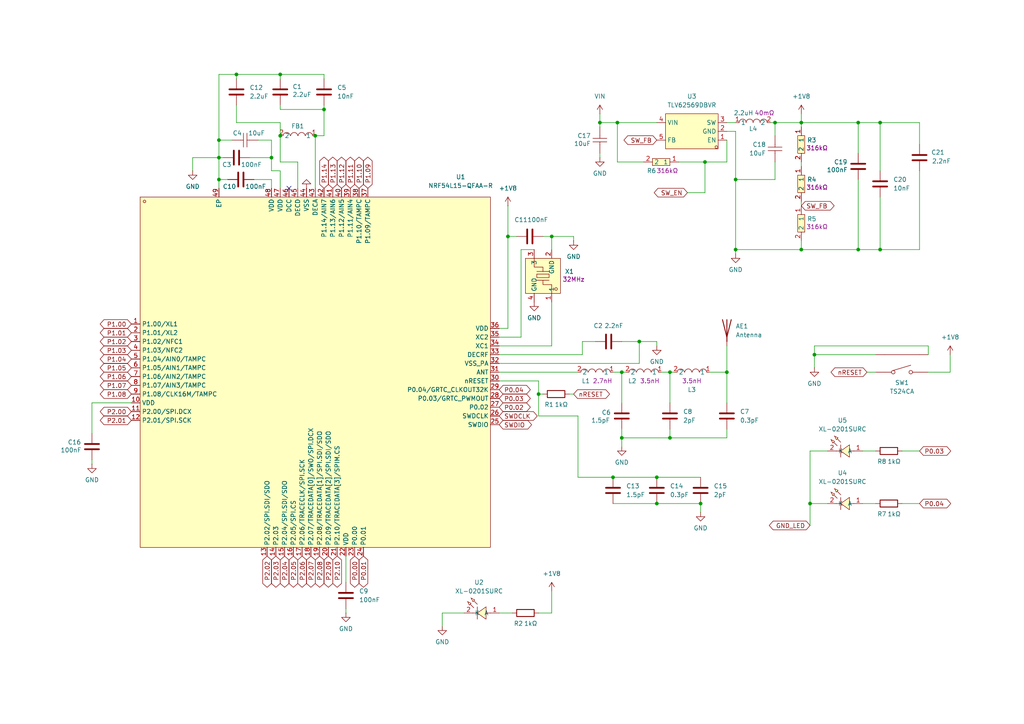
<source format=kicad_sch>
(kicad_sch (version 20250114) (generator "eeschema") (generator_version "9.0")
  (paper "A4")
  (lib_symbols
    (symbol "Device:Antenna" (pin_numbers (hide yes)) (pin_names (offset 1.016) (hide yes))
      (property "Reference" "AE" (at -1.905 1.905 0))
      (property "Value" "Antenna" (at -1.905 0 0))
      (symbol "Antenna_0_1"
        (polyline (pts (xy 0 2.54) (xy 0 -3.81)) (stroke (width 0.254)))
        (polyline (pts (xy 1.27 2.54) (xy 0 -2.54) (xy -1.27 2.54)) (stroke (width 0.254)))
      )
      (symbol "Antenna_1_1"
        (pin input line (at 0 -5.08 90) (length 2.54) (name "A") (number "1"))
      )
    )
    (symbol "Device:C" (pin_numbers (hide yes)) (pin_names (offset 0.254))
      (property "Reference" "C" (at 0.635 2.54 0))
      (property "Value" "C" (at 0.635 -2.54 0))
      (symbol "C_0_1"
        (polyline (pts (xy -2.032 0.762) (xy 2.032 0.762)) (stroke (width 0.508)))
        (polyline (pts (xy -2.032 -0.762) (xy 2.032 -0.762)) (stroke (width 0.508)))
      )
      (symbol "C_1_1"
        (pin passive line (at 0 3.81 270) (length 2.794) (name "~") (number "1"))
        (pin passive line (at 0 -3.81 90) (length 2.794) (name "~") (number "2"))
      )
    )
    (symbol "Device:R" (pin_numbers (hide yes)) (pin_names (offset 0))
      (property "Reference" "R" (at 2.032 0 90))
      (property "Value" "R" (at 0 0 90))
      (symbol "R_0_1"
        (rectangle (start -1.016 -2.54) (end 1.016 2.54) (stroke (width 0.254)))
      )
      (symbol "R_1_1"
        (pin passive line (at 0 3.81 270) (length 1.27) (name "~") (number "1"))
        (pin passive line (at 0 -3.81 90) (length 1.27) (name "~") (number "2"))
      )
    )
    (symbol "easyeda2kicad:BLM03PX121SN1D"
      (property "Reference" "U" (at 0 5.08 0))
      (property "Value" "BLM03PX121SN1D" (at 0 -5.08 0))
      (symbol "BLM03PX121SN1D_0_1"
        (arc (start -2.27 -0.02) (mid -3.28 -0.9427) (end -4.29 -0.02))
        (arc (start -0.11 -0.02) (mid -1.12 -0.9471) (end -2.13 -0.02))
        (arc (start 2.04 -0.02) (mid 1.03 -0.9471) (end 0.02 -0.02))
        (arc (start 4.23 -0.02) (mid 3.22 -0.9471) (end 2.21 -0.02))
        (pin unspecified line (at -5.08 0 0) (length 0.762) (name "1") (number "1"))
        (pin unspecified line (at 5.08 0 180) (length 0.762) (name "2") (number "2"))
      )
    )
    (symbol "easyeda2kicad:FTC322512S2R2MBCD"
      (property "Reference" "L" (at 0 5.08 0))
      (property "Value" "FTC322512S2R2MBCD" (at 0 -5.08 0))
      (symbol "FTC322512S2R2MBCD_0_1"
        (arc (start -4.06 -0.01) (mid -2.83 0.99) (end -2.03 0.01))
        (arc (start -2.03 -0.01) (mid -0.8 0.99) (end 0 0.01))
        (arc (start 0 -0.01) (mid 1.23 0.99) (end 2.03 0.01))
        (arc (start 2.03 -0.01) (mid 3.26 0.99) (end 4.06 0.01))
        (pin unspecified line (at -5.08 0 0) (length 1.016) (name "1") (number "1"))
        (pin unspecified line (at 5.08 0 180) (length 1.016) (name "2") (number "2"))
      )
    )
    (symbol "easyeda2kicad:GRM155R60J106ME44D" (pin_numbers (hide yes)) (pin_names (hide yes))
      (property "Reference" "C" (at 0 5.08 0))
      (property "Value" "GRM155R60J106ME44D" (at 0 -5.08 0))
      (symbol "GRM155R60J106ME44D_0_1"
        (polyline (pts (xy -1.27 0) (xy -0.51 0)))
        (polyline (pts (xy -0.51 2.03) (xy -0.51 -2.03)))
        (polyline (pts (xy 0.51 2.03) (xy 0.51 -2.03)))
        (polyline (pts (xy 0.51 0) (xy 1.27 0)))
        (pin input line (at -3.81 0 0) (length 2.54) (name "1") (number "1"))
        (pin input line (at 3.81 0 180) (length 2.54) (name "2") (number "2"))
      )
    )
    (symbol "easyeda2kicad:LQP03TN3N5B02D"
      (property "Reference" "L" (at 0 5.08 0))
      (property "Value" "LQP03TN3N5B02D" (at 0 -5.08 0))
      (symbol "LQP03TN3N5B02D_0_1"
        (arc (start -2.27 -0.02) (mid -3.28 -0.9427) (end -4.29 -0.02))
        (arc (start -0.11 -0.02) (mid -1.12 -0.9471) (end -2.13 -0.02))
        (arc (start 2.04 -0.02) (mid 1.03 -0.9471) (end 0.02 -0.02))
        (arc (start 4.23 -0.02) (mid 3.22 -0.9471) (end 2.21 -0.02))
        (pin unspecified line (at -5.08 0 0) (length 0.762) (name "1") (number "1"))
        (pin unspecified line (at 5.08 0 180) (length 0.762) (name "2") (number "2"))
      )
    )
    (symbol "easyeda2kicad:MLG0603P2N7CT000"
      (property "Reference" "L" (at 0 5.08 0))
      (property "Value" "MLG0603P2N7CT000" (at 0 -5.08 0))
      (symbol "MLG0603P2N7CT000_0_1"
        (arc (start -2.27 -0.02) (mid -3.28 -0.937) (end -4.29 -0.02))
        (arc (start -0.11 -0.02) (mid -1.12 -0.937) (end -2.13 -0.02))
        (arc (start 2.04 -0.02) (mid 1.03 -0.937) (end 0.02 -0.02))
        (arc (start 4.23 -0.02) (mid 3.22 -0.9448) (end 2.21 -0.02))
        (pin unspecified line (at -5.08 0 0) (length 0.762) (name "1") (number "1"))
        (pin unspecified line (at 5.08 0 180) (length 0.762) (name "2") (number "2"))
      )
    )
    (symbol "easyeda2kicad:NRF54L15-QFAA-R"
      (property "Reference" "U" (at 0 59.69 0))
      (property "Value" "NRF54L15-QFAA-R" (at 0 -57.15 0))
      (symbol "NRF54L15-QFAA-R_0_1"
        (rectangle (start -50.8 52.07) (end 50.8 -49.53) (fill (type background)))
        (circle (center -49.53 50.8) (radius 0.38))
        (pin unspecified line (at -53.34 15.24 0) (length 2.54) (name "P1.00/XL1") (number "1"))
        (pin unspecified line (at -53.34 12.7 0) (length 2.54) (name "P1.01/XL2") (number "2"))
        (pin unspecified line (at -53.34 10.16 0) (length 2.54) (name "P1.02/NFC1") (number "3"))
        (pin unspecified line (at -53.34 7.62 0) (length 2.54) (name "P1.03/NFC2") (number "4"))
        (pin unspecified line (at -53.34 5.08 0) (length 2.54) (name "P1.04/AIN0/TAMPC") (number "5"))
        (pin unspecified line (at -53.34 2.54 0) (length 2.54) (name "P1.05/AIN1/TAMPC") (number "6"))
        (pin unspecified line (at -53.34 0 0) (length 2.54) (name "P1.06/AIN2/TAMPC") (number "7"))
        (pin unspecified line (at -53.34 -2.54 0) (length 2.54) (name "P1.07/AIN3/TAMPC") (number "8"))
        (pin unspecified line (at -53.34 -5.08 0) (length 2.54) (name "P1.08/CLK16M/TAMPC") (number "9"))
        (pin unspecified line (at -53.34 -7.62 0) (length 2.54) (name "VDD") (number "10"))
        (pin unspecified line (at -53.34 -10.16 0) (length 2.54) (name "P2.00/SPI.DCX") (number "11"))
        (pin unspecified line (at -53.34 -12.7 0) (length 2.54) (name "P2.01/SPI.SCK") (number "12"))
        (pin unspecified line (at -27.94 54.61 270) (length 2.54) (name "EP") (number "49"))
        (pin unspecified line (at -13.97 -52.07 90) (length 2.54) (name "P2.02/SPI.SDI/SDO") (number "13"))
        (pin unspecified line (at -12.7 54.61 270) (length 2.54) (name "VDD") (number "48"))
        (pin unspecified line (at -11.43 -52.07 90) (length 2.54) (name "P2.03") (number "14"))
        (pin unspecified line (at -10.16 54.61 270) (length 2.54) (name "VDD") (number "47"))
        (pin unspecified line (at -8.89 -52.07 90) (length 2.54) (name "P2.04/SPI.SDI/SDO") (number "15"))
        (pin unspecified line (at -7.62 54.61 270) (length 2.54) (name "DCC") (number "46"))
        (pin unspecified line (at -6.35 -52.07 90) (length 2.54) (name "P2.05/SPI.CS") (number "16"))
        (pin unspecified line (at -5.08 54.61 270) (length 2.54) (name "DECD") (number "45"))
        (pin unspecified line (at -3.81 -52.07 90) (length 2.54) (name "P2.06/TRACECLK/SPI.SCK") (number "17"))
        (pin unspecified line (at -2.54 54.61 270) (length 2.54) (name "VSS") (number "44"))
        (pin unspecified line (at -1.27 -52.07 90) (length 2.54) (name "P2.07/TRACEDATA[0]/SWO/SPI.DCX") (number "18"))
        (pin unspecified line (at 0 54.61 270) (length 2.54) (name "DECA") (number "43"))
        (pin unspecified line (at 1.27 -52.07 90) (length 2.54) (name "P2.08/TRACEDATA[1]/SPI.SDI/SDO") (number "19"))
        (pin unspecified line (at 2.54 54.61 270) (length 2.54) (name "P1.14/AIN7") (number "42"))
        (pin unspecified line (at 3.81 -52.07 90) (length 2.54) (name "P2.09/TRACEDATA[2]/SPI.SDI/SDO") (number "20"))
        (pin unspecified line (at 5.08 54.61 270) (length 2.54) (name "P1.13/AIN6") (number "41"))
        (pin unspecified line (at 6.35 -52.07 90) (length 2.54) (name "P2.10/TRACEDATA[3]/SPIM.CS") (number "21"))
        (pin unspecified line (at 7.62 54.61 270) (length 2.54) (name "P1.12/AIN5") (number "40"))
        (pin unspecified line (at 8.89 -52.07 90) (length 2.54) (name "VDD") (number "22"))
        (pin unspecified line (at 10.16 54.61 270) (length 2.54) (name "P1.11/AIN4") (number "39"))
        (pin unspecified line (at 11.43 -52.07 90) (length 2.54) (name "P0.00") (number "23"))
        (pin unspecified line (at 12.7 54.61 270) (length 2.54) (name "P1.10/TAMPC") (number "38"))
        (pin unspecified line (at 13.97 -52.07 90) (length 2.54) (name "P0.01") (number "24"))
        (pin unspecified line (at 15.24 54.61 270) (length 2.54) (name "P1.09/TAMPC") (number "37"))
        (pin unspecified line (at 53.34 13.97 180) (length 2.54) (name "VDD") (number "36"))
        (pin unspecified line (at 53.34 11.43 180) (length 2.54) (name "XC2") (number "35"))
        (pin unspecified line (at 53.34 8.89 180) (length 2.54) (name "XC1") (number "34"))
        (pin unspecified line (at 53.34 6.35 180) (length 2.54) (name "DECRF") (number "33"))
        (pin unspecified line (at 53.34 3.81 180) (length 2.54) (name "VSS_PA") (number "32"))
        (pin unspecified line (at 53.34 1.27 180) (length 2.54) (name "ANT") (number "31"))
        (pin unspecified line (at 53.34 -1.27 180) (length 2.54) (name "nRESET") (number "30"))
        (pin unspecified line (at 53.34 -3.81 180) (length 2.54) (name "P0.04/GRTC_CLKOUT32K") (number "29"))
        (pin unspecified line (at 53.34 -6.35 180) (length 2.54) (name "P0.03/GRTC_PWMOUT") (number "28"))
        (pin unspecified line (at 53.34 -8.89 180) (length 2.54) (name "P0.02") (number "27"))
        (pin unspecified line (at 53.34 -11.43 180) (length 2.54) (name "SWDCLK") (number "26"))
        (pin unspecified line (at 53.34 -13.97 180) (length 2.54) (name "SWDIO") (number "25"))
      )
    )
    (symbol "easyeda2kicad:RC0402FR-07160KL"
      (property "Reference" "R" (at 0 5.08 0))
      (property "Value" "RC0402FR-07160KL" (at 0 -5.08 0))
      (symbol "RC0402FR-07160KL_0_1"
        (rectangle (start -2.54 1.02) (end 2.54 -1.02) (fill (type background)))
        (pin unspecified line (at -5.08 0 0) (length 2.54) (name "1") (number "1"))
        (pin unspecified line (at 5.08 0 180) (length 2.54) (name "2") (number "2"))
      )
    )
    (symbol "easyeda2kicad:TLV62569DBVR"
      (property "Reference" "U" (at 0 7.62 0))
      (property "Value" "TLV62569DBVR" (at 0 -7.62 0))
      (symbol "TLV62569DBVR_0_1"
        (rectangle (start -7.62 5.08) (end 7.62 -5.08) (fill (type background)))
        (circle (center -7.11 4.57) (radius 0.38))
        (pin unspecified line (at -10.16 2.54 0) (length 2.54) (name "EN") (number "1"))
        (pin unspecified line (at -10.16 0 0) (length 2.54) (name "GND") (number "2"))
        (pin unspecified line (at -10.16 -2.54 0) (length 2.54) (name "SW") (number "3"))
        (pin unspecified line (at 10.16 2.54 180) (length 2.54) (name "FB") (number "5"))
        (pin unspecified line (at 10.16 -2.54 180) (length 2.54) (name "VIN") (number "4"))
      )
    )
    (symbol "easyeda2kicad:TS24CA" (pin_numbers (hide yes)) (pin_names (hide yes))
      (property "Reference" "SW" (at 0 7.62 0))
      (property "Value" "TS24CA" (at 0 -7.62 0))
      (symbol "TS24CA_0_1"
        (polyline (pts (xy -5.08 2.54) (xy 5.08 2.54)))
        (polyline (pts (xy -3.05 -2.54) (xy -5.08 -2.54)))
        (polyline (pts (xy -2.54 -2.03) (xy 2.54 -0.51) (xy 2.54 -0.51)))
        (circle (center -2.54 -2.54) (radius 0.51))
        (circle (center 2.54 -2.54) (radius 0.51))
        (polyline (pts (xy 3.05 -2.54) (xy 5.08 -2.54)))
        (pin unspecified line (at -7.62 2.54 0) (length 2.54) (name "1") (number "1"))
        (pin unspecified line (at -7.62 -2.54 0) (length 2.54) (name "3") (number "3"))
        (pin unspecified line (at 7.62 2.54 180) (length 2.54) (name "2") (number "22"))
        (pin unspecified line (at 7.62 -2.54 180) (length 2.54) (name "4") (number "4"))
      )
    )
    (symbol "easyeda2kicad:XL-0201SURC"
      (property "Reference" "U" (at 0 5.08 0))
      (property "Value" "XL-0201SURC" (at 0 -5.08 0))
      (symbol "XL-0201SURC_0_1"
        (polyline (pts (xy -4.06 3.3) (xy -3.05 2.79) (xy -3.56 2.29) (xy -4.06 3.3)) (fill (type background)))
        (polyline (pts (xy -3.05 4.32) (xy -2.03 3.81) (xy -2.54 3.3) (xy -3.05 4.32)) (fill (type background)))
        (polyline (pts (xy -2.29 1.52) (xy -3.3 2.54) (xy -2.29 1.52)) (fill (type background)))
        (polyline (pts (xy -1.27 2.54) (xy -2.29 3.56) (xy -1.27 2.54)) (fill (type background)))
        (polyline (pts (xy -1.27 1.78) (xy -1.27 -1.78)))
        (polyline (pts (xy -1.27 0) (xy -2.54 0)))
        (polyline (pts (xy 1.27 1.78) (xy -1.27 0) (xy 1.27 -1.78) (xy 1.27 1.78)) (fill (type background)))
        (polyline (pts (xy 2.54 0) (xy 1.27 0)))
        (pin unspecified line (at -5.08 0 0) (length 2.54) (name "K") (number "2"))
        (pin unspecified line (at 5.08 0 180) (length 2.54) (name "A") (number "1"))
      )
    )
    (symbol "easyeda2kicad:XL7EL89CKI-111YLC-32M"
      (property "Reference" "X" (at 0 7.62 0))
      (property "Value" "XL7EL89CKI-111YLC-32M" (at 0 -7.62 0))
      (symbol "XL7EL89CKI-111YLC-32M_0_1"
        (rectangle (start -5.08 5.08) (end 5.08 -5.08) (fill (type background)))
        (polyline (pts (xy -5.08 -2.54) (xy -2.54 -2.54) (xy -2.54 0) (xy -1.27 0)))
        (circle (center -3.81 -3.81) (radius 0.38))
        (polyline (pts (xy -1.27 -1.78) (xy -1.27 1.78)))
        (rectangle (start -0.51 1.78) (end 0.51 -1.78) (fill (type background)))
        (polyline (pts (xy 1.27 -1.78) (xy 1.27 1.78)))
        (polyline (pts (xy 5.08 2.54) (xy 2.54 2.54) (xy 2.54 0) (xy 1.27 0)))
        (pin input line (at -7.62 2.54 0) (length 2.54) (name "GND") (number "4"))
        (pin input line (at -7.62 -2.54 0) (length 2.54) (name "1") (number "1"))
        (pin input line (at 7.62 2.54 180) (length 2.54) (name "3") (number "3"))
        (pin input line (at 7.62 -2.54 180) (length 2.54) (name "GND") (number "2"))
      )
    )
    (symbol "power:+1V8" (power) (pin_numbers (hide yes)) (pin_names (offset 0) (hide yes))
      (property "Value" "+1V8" (at 0 3.556 0))
      (symbol "+1V8_0_1"
        (polyline (pts (xy -0.762 1.27) (xy 0 2.54)))
        (polyline (pts (xy 0 2.54) (xy 0.762 1.27)))
        (polyline (pts (xy 0 0) (xy 0 2.54)))
      )
      (symbol "+1V8_1_1"
        (pin power_in line (at 0 0 90) (length 0) (name "~") (number "1"))
      )
    )
    (symbol "power:GND" (power) (pin_numbers (hide yes)) (pin_names (offset 0) (hide yes))
      (property "Value" "GND" (at 0 -3.81 0))
      (symbol "GND_0_1"
        (polyline (pts (xy 0 0) (xy 0 -1.27) (xy 1.27 -1.27) (xy 0 -2.54) (xy -1.27 -1.27) (xy 0 -1.27)))
      )
      (symbol "GND_1_1"
        (pin power_in line (at 0 0 270) (length 0) (name "~") (number "1"))
      )
    )
  )
  (junction (at 156.21 114.3))
  (junction (at 180.34 107.95))
  (junction (at 63.5 45.72))
  (junction (at 234.95 146.05))
  (junction (at 81.28 39.37))
  (junction (at 210.82 107.95))
  (junction (at 78.74 45.72))
  (junction (at 203.2 146.05))
  (junction (at 248.92 72.39))
  (junction (at 68.58 21.59))
  (junction (at 91.44 39.37))
  (junction (at 81.28 21.59))
  (junction (at 180.34 127))
  (junction (at 255.27 72.39))
  (junction (at 190.5 138.43))
  (junction (at 204.47 46.99))
  (junction (at 194.31 127))
  (junction (at 63.5 52.07))
  (junction (at 224.79 35.56))
  (junction (at 177.8 138.43))
  (junction (at 93.98 31.75))
  (junction (at 232.41 35.56))
  (junction (at 236.22 102.87))
  (junction (at 232.41 72.39))
  (junction (at 173.99 35.56))
  (junction (at 248.92 35.56))
  (junction (at 160.02 68.58))
  (junction (at 213.36 72.39))
  (junction (at 213.36 52.07))
  (junction (at 255.27 35.56))
  (junction (at 185.42 99.06))
  (junction (at 63.5 40.64))
  (junction (at 194.31 107.95))
  (junction (at 179.07 35.56))
  (junction (at 147.32 68.58))
  (junction (at 190.5 146.05))
  (no_connect (at 83.82 54.61))
  (wire (pts (xy 63.5 52.07) (xy 63.5 54.61)))
  (wire (pts (xy 165.1 114.3) (xy 166.37 114.3)))
  (wire (pts (xy 93.98 31.75) (xy 93.98 39.37)))
  (wire (pts (xy 166.37 68.58) (xy 166.37 69.85)))
  (wire (pts (xy 248.92 35.56) (xy 255.27 35.56)))
  (wire (pts (xy 185.42 99.06) (xy 190.5 99.06)))
  (wire (pts (xy 194.31 107.95) (xy 195.58 107.95)))
  (wire (pts (xy 73.66 52.07) (xy 78.74 52.07)))
  (wire (pts (xy 81.28 46.99) (xy 86.36 46.99)))
  (wire (pts (xy 78.74 49.53) (xy 81.28 49.53)))
  (wire (pts (xy 251.46 107.95) (xy 254 107.95)))
  (wire (pts (xy 156.21 120.65) (xy 167.64 120.65)))
  (wire (pts (xy 144.78 100.33) (xy 160.02 100.33)))
  (wire (pts (xy 173.99 35.56) (xy 179.07 35.56)))
  (wire (pts (xy 232.41 58.42) (xy 232.41 59.69)))
  (wire (pts (xy 213.36 38.1) (xy 210.82 38.1)))
  (wire (pts (xy 223.52 35.56) (xy 224.79 35.56)))
  (wire (pts (xy 144.78 97.79) (xy 151.13 97.79)))
  (wire (pts (xy 78.74 49.53) (xy 78.74 45.72)))
  (wire (pts (xy 234.95 130.81) (xy 234.95 146.05)))
  (wire (pts (xy 147.32 59.69) (xy 147.32 68.58)))
  (wire (pts (xy 128.27 177.8) (xy 134.62 177.8)))
  (wire (pts (xy 68.58 30.48) (xy 68.58 35.56)))
  (wire (pts (xy 74.93 40.64) (xy 78.74 40.64)))
  (wire (pts (xy 261.62 146.05) (xy 266.7 146.05)))
  (wire (pts (xy 177.8 146.05) (xy 190.5 146.05)))
  (wire (pts (xy 160.02 68.58) (xy 160.02 72.39)))
  (wire (pts (xy 190.5 138.43) (xy 203.2 138.43)))
  (wire (pts (xy 255.27 57.15) (xy 255.27 72.39)))
  (wire (pts (xy 180.34 127) (xy 180.34 129.54)))
  (wire (pts (xy 213.36 52.07) (xy 213.36 72.39)))
  (wire (pts (xy 168.91 99.06) (xy 168.91 102.87)))
  (wire (pts (xy 144.78 95.25) (xy 147.32 95.25)))
  (wire (pts (xy 261.62 130.81) (xy 266.7 130.81)))
  (wire (pts (xy 156.21 177.8) (xy 160.02 177.8)))
  (wire (pts (xy 204.47 46.99) (xy 210.82 46.99)))
  (wire (pts (xy 128.27 177.8) (xy 128.27 181.61)))
  (wire (pts (xy 248.92 52.07) (xy 248.92 72.39)))
  (wire (pts (xy 213.36 72.39) (xy 213.36 73.66)))
  (wire (pts (xy 250.19 146.05) (xy 254 146.05)))
  (wire (pts (xy 68.58 35.56) (xy 81.28 35.56)))
  (wire (pts (xy 93.98 30.48) (xy 93.98 31.75)))
  (wire (pts (xy 232.41 33.02) (xy 232.41 35.56)))
  (wire (pts (xy 63.5 21.59) (xy 63.5 40.64)))
  (wire (pts (xy 196.85 46.99) (xy 204.47 46.99)))
  (wire (pts (xy 248.92 72.39) (xy 255.27 72.39)))
  (wire (pts (xy 224.79 46.99) (xy 224.79 52.07)))
  (wire (pts (xy 179.07 35.56) (xy 179.07 46.99)))
  (wire (pts (xy 160.02 171.45) (xy 160.02 177.8)))
  (wire (pts (xy 190.5 99.06) (xy 190.5 100.33)))
  (wire (pts (xy 255.27 72.39) (xy 266.7 72.39)))
  (wire (pts (xy 213.36 38.1) (xy 213.36 52.07)))
  (wire (pts (xy 234.95 146.05) (xy 240.03 146.05)))
  (wire (pts (xy 167.64 138.43) (xy 177.8 138.43)))
  (wire (pts (xy 147.32 68.58) (xy 149.86 68.58)))
  (wire (pts (xy 269.24 100.33) (xy 269.24 102.87)))
  (wire (pts (xy 72.39 45.72) (xy 78.74 45.72)))
  (wire (pts (xy 236.22 100.33) (xy 236.22 102.87)))
  (wire (pts (xy 144.78 177.8) (xy 148.59 177.8)))
  (wire (pts (xy 275.59 102.87) (xy 275.59 107.95)))
  (wire (pts (xy 68.58 21.59) (xy 68.58 22.86)))
  (wire (pts (xy 224.79 35.56) (xy 232.41 35.56)))
  (wire (pts (xy 236.22 102.87) (xy 254 102.87)))
  (wire (pts (xy 255.27 35.56) (xy 266.7 35.56)))
  (wire (pts (xy 100.33 176.53) (xy 100.33 177.8)))
  (wire (pts (xy 191.77 107.95) (xy 194.31 107.95)))
  (wire (pts (xy 144.78 107.95) (xy 167.64 107.95)))
  (wire (pts (xy 167.64 120.65) (xy 167.64 138.43)))
  (wire (pts (xy 81.28 35.56) (xy 81.28 39.37)))
  (wire (pts (xy 185.42 99.06) (xy 185.42 105.41)))
  (wire (pts (xy 157.48 68.58) (xy 160.02 68.58)))
  (wire (pts (xy 81.28 21.59) (xy 93.98 21.59)))
  (wire (pts (xy 151.13 72.39) (xy 151.13 97.79)))
  (wire (pts (xy 78.74 52.07) (xy 78.74 54.61)))
  (wire (pts (xy 91.44 39.37) (xy 91.44 54.61)))
  (wire (pts (xy 86.36 46.99) (xy 86.36 54.61)))
  (wire (pts (xy 210.82 124.46) (xy 210.82 127)))
  (wire (pts (xy 190.5 146.05) (xy 203.2 146.05)))
  (wire (pts (xy 180.34 124.46) (xy 180.34 127)))
  (wire (pts (xy 203.2 146.05) (xy 203.2 148.59)))
  (wire (pts (xy 194.31 124.46) (xy 194.31 127)))
  (wire (pts (xy 213.36 72.39) (xy 232.41 72.39)))
  (wire (pts (xy 232.41 35.56) (xy 248.92 35.56)))
  (wire (pts (xy 93.98 21.59) (xy 93.98 22.86)))
  (wire (pts (xy 234.95 130.81) (xy 240.03 130.81)))
  (wire (pts (xy 210.82 35.56) (xy 213.36 35.56)))
  (wire (pts (xy 26.67 116.84) (xy 38.1 116.84)))
  (wire (pts (xy 210.82 40.64) (xy 210.82 46.99)))
  (wire (pts (xy 63.5 21.59) (xy 68.58 21.59)))
  (wire (pts (xy 179.07 35.56) (xy 190.5 35.56)))
  (wire (pts (xy 180.34 99.06) (xy 185.42 99.06)))
  (wire (pts (xy 266.7 35.56) (xy 266.7 41.91)))
  (wire (pts (xy 147.32 68.58) (xy 147.32 95.25)))
  (wire (pts (xy 81.28 31.75) (xy 93.98 31.75)))
  (wire (pts (xy 224.79 35.56) (xy 224.79 39.37)))
  (wire (pts (xy 210.82 100.33) (xy 210.82 107.95)))
  (wire (pts (xy 213.36 52.07) (xy 224.79 52.07)))
  (wire (pts (xy 144.78 110.49) (xy 156.21 110.49)))
  (wire (pts (xy 236.22 102.87) (xy 236.22 106.68)))
  (wire (pts (xy 232.41 72.39) (xy 248.92 72.39)))
  (wire (pts (xy 266.7 49.53) (xy 266.7 72.39)))
  (wire (pts (xy 160.02 87.63) (xy 160.02 100.33)))
  (wire (pts (xy 55.88 45.72) (xy 63.5 45.72)))
  (wire (pts (xy 204.47 46.99) (xy 204.47 55.88)))
  (wire (pts (xy 55.88 45.72) (xy 55.88 49.53)))
  (wire (pts (xy 156.21 114.3) (xy 157.48 114.3)))
  (wire (pts (xy 180.34 127) (xy 194.31 127)))
  (wire (pts (xy 232.41 35.56) (xy 232.41 36.83)))
  (wire (pts (xy 194.31 107.95) (xy 194.31 116.84)))
  (wire (pts (xy 144.78 105.41) (xy 185.42 105.41)))
  (wire (pts (xy 160.02 68.58) (xy 166.37 68.58)))
  (wire (pts (xy 63.5 40.64) (xy 67.31 40.64)))
  (wire (pts (xy 232.41 72.39) (xy 232.41 69.85)))
  (wire (pts (xy 173.99 35.56) (xy 173.99 36.83)))
  (wire (pts (xy 194.31 127) (xy 210.82 127)))
  (wire (pts (xy 63.5 45.72) (xy 64.77 45.72)))
  (wire (pts (xy 156.21 114.3) (xy 156.21 120.65)))
  (wire (pts (xy 173.99 44.45) (xy 173.99 45.72)))
  (wire (pts (xy 26.67 116.84) (xy 26.67 125.73)))
  (wire (pts (xy 180.34 107.95) (xy 181.61 107.95)))
  (wire (pts (xy 156.21 114.3) (xy 156.21 110.49)))
  (wire (pts (xy 236.22 100.33) (xy 269.24 100.33)))
  (wire (pts (xy 144.78 102.87) (xy 168.91 102.87)))
  (wire (pts (xy 81.28 49.53) (xy 81.28 54.61)))
  (wire (pts (xy 81.28 39.37) (xy 81.28 46.99)))
  (wire (pts (xy 68.58 21.59) (xy 81.28 21.59)))
  (wire (pts (xy 177.8 138.43) (xy 190.5 138.43)))
  (wire (pts (xy 205.74 107.95) (xy 210.82 107.95)))
  (wire (pts (xy 180.34 107.95) (xy 180.34 116.84)))
  (wire (pts (xy 91.44 39.37) (xy 93.98 39.37)))
  (wire (pts (xy 100.33 161.29) (xy 100.33 168.91)))
  (wire (pts (xy 234.95 146.05) (xy 234.95 152.4)))
  (wire (pts (xy 199.39 55.88) (xy 204.47 55.88)))
  (wire (pts (xy 269.24 107.95) (xy 275.59 107.95)))
  (wire (pts (xy 232.41 46.99) (xy 232.41 48.26)))
  (wire (pts (xy 63.5 52.07) (xy 66.04 52.07)))
  (wire (pts (xy 173.99 33.02) (xy 173.99 35.56)))
  (wire (pts (xy 250.19 130.81) (xy 254 130.81)))
  (wire (pts (xy 63.5 40.64) (xy 63.5 45.72)))
  (wire (pts (xy 248.92 35.56) (xy 248.92 44.45)))
  (wire (pts (xy 168.91 99.06) (xy 172.72 99.06)))
  (wire (pts (xy 179.07 46.99) (xy 186.69 46.99)))
  (wire (pts (xy 81.28 30.48) (xy 81.28 31.75)))
  (wire (pts (xy 81.28 21.59) (xy 81.28 22.86)))
  (wire (pts (xy 255.27 35.56) (xy 255.27 49.53)))
  (wire (pts (xy 151.13 72.39) (xy 154.94 72.39)))
  (wire (pts (xy 78.74 40.64) (xy 78.74 45.72)))
  (wire (pts (xy 210.82 107.95) (xy 210.82 116.84)))
  (wire (pts (xy 177.8 107.95) (xy 180.34 107.95)))
  (wire (pts (xy 26.67 133.35) (xy 26.67 134.62)))
  (wire (pts (xy 63.5 45.72) (xy 63.5 52.07)))
  (global_label "P0.02" (shape bidirectional) (at 144.78 118.11 0) (property "Intersheetrefs" "${INTERSHEET_REFS}" (effects (hide yes))))
  (global_label "P1.12" (shape bidirectional) (at 99.06 54.61 90) (property "Intersheetrefs" "${INTERSHEET_REFS}" (effects (hide yes))))
  (global_label "P0.04" (shape bidirectional) (at 144.78 113.03 0) (property "Intersheetrefs" "${INTERSHEET_REFS}" (effects (hide yes))))
  (global_label "P2.03" (shape bidirectional) (at 80.01 161.29 270) (property "Intersheetrefs" "${INTERSHEET_REFS}" (effects (hide yes))))
  (global_label "SWDCLK" (shape bidirectional) (at 144.78 120.65 0) (property "Intersheetrefs" "${INTERSHEET_REFS}" (effects (hide yes))))
  (global_label "P1.00" (shape bidirectional) (at 38.1 93.98 180) (property "Intersheetrefs" "${INTERSHEET_REFS}" (effects (hide yes))))
  (global_label "P2.04" (shape bidirectional) (at 82.55 161.29 270) (property "Intersheetrefs" "${INTERSHEET_REFS}" (effects (hide yes))))
  (global_label "nRESET" (shape bidirectional) (at 251.46 107.95 180) (property "Intersheetrefs" "${INTERSHEET_REFS}" (effects (hide yes))))
  (global_label "P1.08" (shape bidirectional) (at 38.1 114.3 180) (property "Intersheetrefs" "${INTERSHEET_REFS}" (effects (hide yes))))
  (global_label "P0.01" (shape bidirectional) (at 105.41 161.29 270) (property "Intersheetrefs" "${INTERSHEET_REFS}" (effects (hide yes))))
  (global_label "P1.06" (shape bidirectional) (at 38.1 109.22 180) (property "Intersheetrefs" "${INTERSHEET_REFS}" (effects (hide yes))))
  (global_label "P2.08" (shape bidirectional) (at 92.71 161.29 270) (property "Intersheetrefs" "${INTERSHEET_REFS}" (effects (hide yes))))
  (global_label "P2.00" (shape bidirectional) (at 38.1 119.38 180) (property "Intersheetrefs" "${INTERSHEET_REFS}" (effects (hide yes))))
  (global_label "P1.13" (shape bidirectional) (at 96.52 54.61 90) (property "Intersheetrefs" "${INTERSHEET_REFS}" (effects (hide yes))))
  (global_label "SW_FB" (shape bidirectional) (at 232.41 59.69 0) (property "Intersheetrefs" "${INTERSHEET_REFS}" (effects (hide yes))))
  (global_label "SW_EN" (shape bidirectional) (at 199.39 55.88 180) (property "Intersheetrefs" "${INTERSHEET_REFS}" (effects (hide yes))))
  (global_label "P1.03" (shape bidirectional) (at 38.1 101.6 180) (property "Intersheetrefs" "${INTERSHEET_REFS}" (effects (hide yes))))
  (global_label "P2.10" (shape bidirectional) (at 97.79 161.29 270) (property "Intersheetrefs" "${INTERSHEET_REFS}" (effects (hide yes))))
  (global_label "P0.03" (shape bidirectional) (at 266.7 130.81 0) (property "Intersheetrefs" "${INTERSHEET_REFS}" (effects (hide yes))))
  (global_label "P1.02" (shape bidirectional) (at 38.1 99.06 180) (property "Intersheetrefs" "${INTERSHEET_REFS}" (effects (hide yes))))
  (global_label "P1.09" (shape bidirectional) (at 106.68 54.61 90) (property "Intersheetrefs" "${INTERSHEET_REFS}" (effects (hide yes))))
  (global_label "SWDIO" (shape bidirectional) (at 144.78 123.19 0) (property "Intersheetrefs" "${INTERSHEET_REFS}" (effects (hide yes))))
  (global_label "P1.01" (shape bidirectional) (at 38.1 96.52 180) (property "Intersheetrefs" "${INTERSHEET_REFS}" (effects (hide yes))))
  (global_label "GND_LED" (shape bidirectional) (at 234.95 152.4 180) (property "Intersheetrefs" "${INTERSHEET_REFS}" (effects (hide yes))))
  (global_label "P2.02" (shape bidirectional) (at 77.47 161.29 270) (property "Intersheetrefs" "${INTERSHEET_REFS}" (effects (hide yes))))
  (global_label "P1.14" (shape bidirectional) (at 93.98 54.61 90) (property "Intersheetrefs" "${INTERSHEET_REFS}" (effects (hide yes))))
  (global_label "P2.09" (shape bidirectional) (at 95.25 161.29 270) (property "Intersheetrefs" "${INTERSHEET_REFS}" (effects (hide yes))))
  (global_label "nRESET" (shape bidirectional) (at 166.37 114.3 0) (property "Intersheetrefs" "${INTERSHEET_REFS}" (effects (hide yes))))
  (global_label "SW_FB" (shape bidirectional) (at 190.5 40.64 180) (property "Intersheetrefs" "${INTERSHEET_REFS}" (effects (hide yes))))
  (global_label "P0.04" (shape bidirectional) (at 266.7 146.05 0) (property "Intersheetrefs" "${INTERSHEET_REFS}" (effects (hide yes))))
  (global_label "P2.06" (shape bidirectional) (at 87.63 161.29 270) (property "Intersheetrefs" "${INTERSHEET_REFS}" (effects (hide yes))))
  (global_label "P0.03" (shape bidirectional) (at 144.78 115.57 0) (property "Intersheetrefs" "${INTERSHEET_REFS}" (effects (hide yes))))
  (global_label "P1.10" (shape bidirectional) (at 104.14 54.61 90) (property "Intersheetrefs" "${INTERSHEET_REFS}" (effects (hide yes))))
  (global_label "P1.05" (shape bidirectional) (at 38.1 106.68 180) (property "Intersheetrefs" "${INTERSHEET_REFS}" (effects (hide yes))))
  (global_label "P1.04" (shape bidirectional) (at 38.1 104.14 180) (property "Intersheetrefs" "${INTERSHEET_REFS}" (effects (hide yes))))
  (global_label "P2.05" (shape bidirectional) (at 85.09 161.29 270) (property "Intersheetrefs" "${INTERSHEET_REFS}" (effects (hide yes))))
  (global_label "P2.01" (shape bidirectional) (at 38.1 121.92 180) (property "Intersheetrefs" "${INTERSHEET_REFS}" (effects (hide yes))))
  (global_label "P1.11" (shape bidirectional) (at 101.6 54.61 90) (property "Intersheetrefs" "${INTERSHEET_REFS}" (effects (hide yes))))
  (global_label "P1.07" (shape bidirectional) (at 38.1 111.76 180) (property "Intersheetrefs" "${INTERSHEET_REFS}" (effects (hide yes))))
  (global_label "P2.07" (shape bidirectional) (at 90.17 161.29 270) (property "Intersheetrefs" "${INTERSHEET_REFS}" (effects (hide yes))))
  (global_label "P0.00" (shape bidirectional) (at 102.87 161.29 270) (property "Intersheetrefs" "${INTERSHEET_REFS}" (effects (hide yes))))
  (symbol (lib_id "Device:C") (at 68.58 26.67 0) (unit 1)
    (property "Reference" "C12" (at 72.39 25.3999 0) (effects (justify left)))
    (property "Value" "2.2uF" (at 72.39 27.9399 0) (effects (justify left)))
    (property "Footprint" "Capacitor_SMD:C_0201_0603Metric" (effects (hide yes)))
    (property "Datasheet" "https://www.lcsc.com/datasheet/lcsc_datasheet_2410121934_Murata-Electronics-GRM035C80J225ME01D_C5140319.pdf" (effects (hide yes)))
    (property "Description" "Unpolarized capacitor" (effects (hide yes)))
    (property "LCSC Part" "C5140319" (effects (hide yes)))
  )
  (symbol (lib_id "Device:R") (at 152.4 177.8 90) (unit 1)
    (property "Reference" "R2" (at 150.368 180.848 90))
    (property "Value" "1kΩ" (at 153.924 180.848 90))
    (property "Footprint" "Resistor_SMD:R_0201_0603Metric" (effects (hide yes)))
    (property "Datasheet" "https://www.lcsc.com/datasheet/lcsc_datasheet_2411221126_UNI-ROYAL-Uniroyal-Elec-0201WMF1001TEE_C270365.pdf" (effects (hide yes)))
    (property "Description" "Resistor" (effects (hide yes)))
    (property "LCSC Part" "C270365" (effects (hide yes)))
  )
  (symbol (lib_id "Device:C") (at 255.27 53.34 0) (unit 1)
    (property "Reference" "C20" (at 259.08 52.0699 0) (effects (justify left)))
    (property "Value" "10nF" (at 259.08 54.6099 0) (effects (justify left)))
    (property "Footprint" "Capacitor_SMD:C_0201_0603Metric" (effects (hide yes)))
    (property "Datasheet" "https://www.lcsc.com/datasheet/lcsc_datasheet_2410121857_Murata-Electronics-GRM033R71A103KA01D_C76941.pdf" (effects (hide yes)))
    (property "Description" "Unpolarized capacitor" (effects (hide yes)))
    (property "LCSC Part" "C76941" (effects (hide yes)))
  )
  (symbol (lib_id "power:GND") (at 55.88 49.53 0) (unit 1)
    (property "Reference" "#PWR05" (effects (hide yes)))
    (property "Value" "GND" (at 55.88 54.102 0))
    (property "Description" "Power symbol creates a global label with name \"GND\" , ground" (effects (hide yes)))
  )
  (symbol (lib_id "Device:C") (at 248.92 48.26 180) (unit 1)
    (property "Reference" "C19" (at 243.84 46.99 0))
    (property "Value" "100nF" (at 242.824 49.276 0))
    (property "Footprint" "Capacitor_SMD:C_0201_0603Metric" (effects (hide yes)))
    (property "Datasheet" "https://www.lcsc.com/datasheet/lcsc_datasheet_2105241313_Murata-Electronics-GRM033Z71C104KE14D_C668346.pdf" (effects (hide yes)))
    (property "Description" "Unpolarized capacitor" (effects (hide yes)))
    (property "LCSC Part" "C668346" (effects (hide yes)))
  )
  (symbol (lib_id "power:+1V8") (at 147.32 59.69 0) (unit 1)
    (property "Reference" "#PWR06" (effects (hide yes)))
    (property "Value" "+1V8" (at 147.32 54.61 0))
    (property "Description" "Power symbol creates a global label with name \"+1V8\"" (effects (hide yes)))
  )
  (symbol (lib_id "Device:Antenna") (at 210.82 95.25 0) (unit 1)
    (property "Reference" "AE1" (at 213.36 94.6149 0) (effects (justify left)))
    (property "Value" "Antenna" (at 213.36 97.1549 0) (effects (justify left)))
    (property "Footprint" "RF_Antenna:Texas_SWRA117D_2.4GHz_Left" (effects (hide yes)))
    (property "Description" "Antenna" (effects (hide yes)))
  )
  (symbol (lib_id "Device:C") (at 194.31 120.65 0) (unit 1)
    (property "Reference" "C8" (at 198.12 119.3799 0) (effects (justify left)))
    (property "Value" "2pF" (at 198.12 121.9199 0) (effects (justify left)))
    (property "Footprint" "Capacitor_SMD:C_0201_0603Metric" (effects (hide yes)))
    (property "Datasheet" "https://www.lcsc.com/datasheet/lcsc_datasheet_2412232005_Murata-Electronics-GJM0335C1E2R0CB01D_C426046.pdf" (effects (hide yes)))
    (property "Description" "Unpolarized capacitor" (effects (hide yes)))
    (property "LCSC Part" "C426046" (effects (hide yes)))
  )
  (symbol (lib_id "power:GND") (at 236.22 106.68 0) (unit 1)
    (property "Reference" "#PWR02" (effects (hide yes)))
    (property "Value" "GND" (at 236.22 111.252 0))
    (property "Description" "Power symbol creates a global label with name \"GND\" , ground" (effects (hide yes)))
  )
  (symbol (lib_id "Device:C") (at 93.98 26.67 0) (unit 1)
    (property "Reference" "C5" (at 97.79 25.3999 0) (effects (justify left)))
    (property "Value" "10nF" (at 97.79 27.9399 0) (effects (justify left)))
    (property "Footprint" "Capacitor_SMD:C_0201_0603Metric" (effects (hide yes)))
    (property "Datasheet" "https://www.lcsc.com/datasheet/lcsc_datasheet_2410121857_Murata-Electronics-GRM033R71A103KA01D_C76941.pdf" (effects (hide yes)))
    (property "Description" "Unpolarized capacitor" (effects (hide yes)))
    (property "LCSC Part" "C76941" (effects (hide yes)))
  )
  (symbol (lib_id "Device:C") (at 180.34 120.65 0) (unit 1)
    (property "Reference" "C6" (at 174.498 119.634 0) (effects (justify left)))
    (property "Value" "1.5pF" (at 171.45 121.92 0) (effects (justify left)))
    (property "Footprint" "Capacitor_SMD:C_0201_0603Metric" (effects (hide yes)))
    (property "Datasheet" "https://www.lcsc.com/datasheet/lcsc_datasheet_2412232100_Murata-Electronics-GRM0335C1H1R5WA01D_C88913.pdf" (effects (hide yes)))
    (property "Description" "Unpolarized capacitor" (effects (hide yes)))
    (property "LCSC Part" "C88913" (effects (hide yes)))
  )
  (symbol (lib_id "Device:C") (at 26.67 129.54 180) (unit 1)
    (property "Reference" "C16" (at 21.59 128.27 0))
    (property "Value" "100nF" (at 20.574 130.556 0))
    (property "Footprint" "Capacitor_SMD:C_0201_0603Metric" (effects (hide yes)))
    (property "Datasheet" "https://www.lcsc.com/datasheet/lcsc_datasheet_2105241313_Murata-Electronics-GRM033Z71C104KE14D_C668346.pdf" (effects (hide yes)))
    (property "Description" "Unpolarized capacitor" (effects (hide yes)))
    (property "LCSC Part" "C668346" (effects (hide yes)))
  )
  (symbol (lib_id "power:GND") (at 166.37 69.85 0) (mirror y) (unit 1)
    (property "Reference" "#PWR04" (effects (hide yes)))
    (property "Value" "GND" (at 166.37 74.422 0))
    (property "Description" "Power symbol creates a global label with name \"GND\" , ground" (effects (hide yes)))
  )
  (symbol (lib_id "Device:C") (at 100.33 172.72 0) (unit 1)
    (property "Reference" "C9" (at 104.14 171.4499 0) (effects (justify left)))
    (property "Value" "100nF" (at 104.14 173.9899 0) (effects (justify left)))
    (property "Footprint" "Capacitor_SMD:C_0201_0603Metric" (effects (hide yes)))
    (property "Datasheet" "https://www.lcsc.com/datasheet/lcsc_datasheet_2105241313_Murata-Electronics-GRM033Z71C104KE14D_C668346.pdf" (effects (hide yes)))
    (property "Description" "Unpolarized capacitor" (effects (hide yes)))
    (property "LCSC Part" "C668346" (effects (hide yes)))
  )
  (symbol (lib_id "power:GND") (at 213.36 73.66 0) (mirror y) (unit 1)
    (property "Reference" "#PWR018" (effects (hide yes)))
    (property "Value" "GND" (at 213.36 78.232 0))
    (property "Description" "Power symbol creates a global label with name \"GND\" , ground" (effects (hide yes)))
  )
  (symbol (lib_id "power:GND") (at 88.9 54.61 180) (unit 1)
    (property "Reference" "#PWR012" (effects (hide yes)))
    (property "Value" "GND" (effects (hide yes)))
    (property "Description" "Power symbol creates a global label with name \"GND\" , ground" (effects (hide yes)))
  )
  (symbol (lib_id "Device:C") (at 266.7 45.72 180) (unit 1)
    (property "Reference" "C21" (at 272.034 44.196 0))
    (property "Value" "2.2nF" (at 273.05 46.736 0))
    (property "Footprint" "Capacitor_SMD:C_0201_0603Metric" (effects (hide yes)))
    (property "Datasheet" "https://www.lcsc.com/datasheet/lcsc_datasheet_2410121552_Murata-Electronics-GRM033R71C222KA88D_C97860.pdf" (effects (hide yes)))
    (property "Description" "Unpolarized capacitor" (effects (hide yes)))
    (property "LCSC Part" "C97860" (effects (hide yes)))
  )
  (symbol (lib_id "Device:C") (at 68.58 45.72 90) (unit 1)
    (property "Reference" "C3" (at 65.786 47.752 90))
    (property "Value" "100nF" (at 72.898 47.752 90))
    (property "Footprint" "Capacitor_SMD:C_0201_0603Metric" (effects (hide yes)))
    (property "Datasheet" "https://www.lcsc.com/datasheet/lcsc_datasheet_2105241313_Murata-Electronics-GRM033Z71C104KE14D_C668346.pdf" (effects (hide yes)))
    (property "Description" "Unpolarized capacitor" (effects (hide yes)))
    (property "LCSC Part" "C668346" (effects (hide yes)))
  )
  (symbol (lib_id "easyeda2kicad:LQP03TN3N5B02D") (at 186.69 107.95 180) (unit 1)
    (property "Reference" "L2" (at 183.388 110.49 0))
    (property "Value" "LQP03TN3N5B02D" (effects (hide yes)))
    (property "Footprint" "easyeda2kicad:L0201" (effects (hide yes)))
    (property "Datasheet" "https://lcsc.com/product-detail/Others_Murata-Electronics_LQP03TN3N5B02D_Murata-Electronics-LQP03TN3N5B02D_C206424.html" (effects (hide yes)))
    (property "Description" "3.5nH" (at 188.468 110.49 0))
    (property "LCSC Part" "C206424" (effects (hide yes)))
  )
  (symbol (lib_id "easyeda2kicad:TS24CA") (at 261.62 105.41 0) (unit 1)
    (property "Reference" "SW1" (at 261.62 110.998 0))
    (property "Value" "TS24CA" (at 261.62 113.538 0))
    (property "Footprint" "easyeda2kicad:SW-SMD_TS24CA" (effects (hide yes)))
    (property "Datasheet" "https://lcsc.com/product-detail/Tactile-Switches_SHOU-HAN-TS24CA_C393942.html" (effects (hide yes)))
    (property "LCSC Part" "C393942" (effects (hide yes)))
  )
  (symbol (lib_id "Device:C") (at 69.85 52.07 270) (unit 1)
    (property "Reference" "C10" (at 66.548 54.102 90))
    (property "Value" "100nF" (at 74.168 54.102 90))
    (property "Footprint" "Capacitor_SMD:C_0201_0603Metric" (effects (hide yes)))
    (property "Datasheet" "https://www.lcsc.com/datasheet/lcsc_datasheet_2105241313_Murata-Electronics-GRM033Z71C104KE14D_C668346.pdf" (effects (hide yes)))
    (property "Description" "Unpolarized capacitor" (effects (hide yes)))
    (property "LCSC Part" "C668346" (effects (hide yes)))
  )
  (symbol (lib_id "power:GND") (at 154.94 87.63 0) (unit 1)
    (property "Reference" "#PWR03" (effects (hide yes)))
    (property "Value" "GND" (at 154.94 92.202 0))
    (property "Description" "Power symbol creates a global label with name \"GND\" , ground" (effects (hide yes)))
  )
  (symbol (lib_id "power:GND") (at 180.34 129.54 0) (mirror y) (unit 1)
    (property "Reference" "#PWR08" (effects (hide yes)))
    (property "Value" "GND" (at 180.34 134.112 0))
    (property "Description" "Power symbol creates a global label with name \"GND\" , ground" (effects (hide yes)))
  )
  (symbol (lib_id "easyeda2kicad:GRM155R60J106ME44D") (at 173.99 40.64 90) (unit 1)
    (property "Reference" "C17" (at 169.418 39.37 90))
    (property "Value" "10uF" (at 168.91 41.656 90))
    (property "Footprint" "easyeda2kicad:C0402" (effects (hide yes)))
    (property "Datasheet" "https://lcsc.com/product-detail/Multilayer-Ceramic-Capacitors-MLCC-SMD-SMT_muRata_GRM155R60J106ME44D_10uF-106-20-6-3V_C76991.html" (effects (hide yes)))
    (property "LCSC Part" "C76991" (effects (hide yes)))
  )
  (symbol (lib_id "power:+1V8") (at 275.59 102.87 0) (unit 1)
    (property "Reference" "#PWR01" (effects (hide yes)))
    (property "Value" "+1V8" (at 275.59 97.79 0))
    (property "Description" "Power symbol creates a global label with name \"+1V8\"" (effects (hide yes)))
  )
  (symbol (lib_id "power:+1V8") (at 173.99 33.02 0) (unit 1)
    (property "Reference" "#PWR016" (effects (hide yes)))
    (property "Value" "VIN" (at 173.99 27.94 0))
    (property "Description" "Power symbol creates a global label with name \"+1V8\"" (effects (hide yes)))
  )
  (symbol (lib_id "Device:C") (at 153.67 68.58 90) (unit 1)
    (property "Reference" "C11" (at 151.13 63.754 90))
    (property "Value" "100nF" (at 155.956 63.754 90))
    (property "Footprint" "Capacitor_SMD:C_0201_0603Metric" (effects (hide yes)))
    (property "Datasheet" "https://www.lcsc.com/datasheet/lcsc_datasheet_2105241313_Murata-Electronics-GRM033Z71C104KE14D_C668346.pdf" (effects (hide yes)))
    (property "Description" "Unpolarized capacitor" (effects (hide yes)))
    (property "LCSC Part" "C668346" (effects (hide yes)))
  )
  (symbol (lib_id "easyeda2kicad:BLM03PX121SN1D") (at 86.36 39.37 180) (unit 1)
    (property "Reference" "FB1" (at 86.36 36.576 0))
    (property "Value" "BLM03PX121SN1D" (effects (hide yes)))
    (property "Footprint" "easyeda2kicad:L0201" (effects (hide yes)))
    (property "LCSC Part" "C525479" (effects (hide yes)))
  )
  (symbol (lib_id "Device:C") (at 176.53 99.06 90) (unit 1)
    (property "Reference" "C2" (at 173.482 94.488 90))
    (property "Value" "2.2nF" (at 178.054 94.488 90))
    (property "Footprint" "Capacitor_SMD:C_0201_0603Metric" (effects (hide yes)))
    (property "Datasheet" "https://www.lcsc.com/datasheet/lcsc_datasheet_2410121552_Murata-Electronics-GRM033R71C222KA88D_C97860.pdf" (effects (hide yes)))
    (property "Description" "Unpolarized capacitor" (effects (hide yes)))
    (property "LCSC Part" "C97860" (effects (hide yes)))
  )
  (symbol (lib_id "power:GND") (at 173.99 45.72 0) (mirror y) (unit 1)
    (property "Reference" "#PWR015" (effects (hide yes)))
    (property "Value" "GND" (at 173.99 50.292 0))
    (property "Description" "Power symbol creates a global label with name \"GND\" , ground" (effects (hide yes)))
  )
  (symbol (lib_id "power:GND") (at 190.5 100.33 0) (unit 1)
    (property "Reference" "#PWR07" (effects (hide yes)))
    (property "Value" "GND" (at 190.5 104.902 0))
    (property "Description" "Power symbol creates a global label with name \"GND\" , ground" (effects (hide yes)))
  )
  (symbol (lib_id "easyeda2kicad:TLV62569DBVR") (at 200.66 38.1 180) (unit 1)
    (property "Reference" "U3" (at 200.66 27.94 0))
    (property "Value" "TLV62569DBVR" (at 200.66 30.48 0))
    (property "Footprint" "easyeda2kicad:SOT-23-5_L3.0-W1.7-P0.95-LS2.8-BR" (effects (hide yes)))
    (property "Datasheet" "https://lcsc.com/product-detail/DC-DC-Converters_Texas-Instruments_TLV62569DBVR_Texas-Instruments-TI-TLV62569DBVR_C141836.html" (effects (hide yes)))
    (property "LCSC Part" "C141836" (effects (hide yes)))
  )
  (symbol (lib_id "power:GND") (at 100.33 177.8 0) (unit 1)
    (property "Reference" "#PWR010" (effects (hide yes)))
    (property "Value" "GND" (at 100.33 182.372 0))
    (property "Description" "Power symbol creates a global label with name \"GND\" , ground" (effects (hide yes)))
  )
  (symbol (lib_id "easyeda2kicad:XL-0201SURC") (at 139.7 177.8 0) (unit 1)
    (property "Reference" "U2" (at 138.94 168.91 0))
    (property "Value" "XL-0201SURC" (at 138.94 171.45 0))
    (property "Footprint" "easyeda2kicad:LED-SMD_L0.65-W0.35-P0.41_XL-0201SURC" (effects (hide yes)))
    (property "LCSC Part" "C3646923" (effects (hide yes)))
  )
  (symbol (lib_id "easyeda2kicad:LQP03TN3N5B02D") (at 200.66 107.95 180) (unit 1)
    (property "Reference" "L3" (at 200.66 113.03 0))
    (property "Value" "LQP03TN3N5B02D" (effects (hide yes)))
    (property "Footprint" "easyeda2kicad:L0201" (effects (hide yes)))
    (property "Datasheet" "https://lcsc.com/product-detail/Others_Murata-Electronics_LQP03TN3N5B02D_Murata-Electronics-LQP03TN3N5B02D_C206424.html" (effects (hide yes)))
    (property "Description" "3.5nH" (at 200.66 110.49 0))
    (property "LCSC Part" "C206424" (effects (hide yes)))
  )
  (symbol (lib_id "Device:C") (at 81.28 26.67 0) (unit 1)
    (property "Reference" "C1" (at 84.836 25.146 0) (effects (justify left)))
    (property "Value" "2.2uF" (at 84.836 27.432 0) (effects (justify left)))
    (property "Footprint" "Capacitor_SMD:C_0201_0603Metric" (effects (hide yes)))
    (property "Datasheet" "https://www.lcsc.com/datasheet/lcsc_datasheet_2410121934_Murata-Electronics-GRM035C80J225ME01D_C5140319.pdf" (effects (hide yes)))
    (property "Description" "Unpolarized capacitor" (effects (hide yes)))
    (property "LCSC Part" "C5140319" (effects (hide yes)))
  )
  (symbol (lib_id "easyeda2kicad:FTC322512S2R2MBCD") (at 218.44 35.56 0) (unit 1)
    (property "Reference" "L4" (at 218.44 37.338 0))
    (property "Value" "2.2uH" (at 215.646 32.766 0))
    (property "Footprint" "easyeda2kicad:IND-SMD_L3.2-W2.5-LQH32CN1R0M53L" (effects (hide yes)))
    (property "Description" "40mΩ" (at 221.742 32.766 0))
    (property "LCSC Part" "C22400409" (effects (hide yes)))
  )
  (symbol (lib_id "easyeda2kicad:XL-0201SURC") (at 245.11 146.05 0) (unit 1)
    (property "Reference" "U4" (at 244.35 137.16 0))
    (property "Value" "XL-0201SURC" (at 244.35 139.7 0))
    (property "Footprint" "easyeda2kicad:LED-SMD_L0.65-W0.35-P0.41_XL-0201SURC" (effects (hide yes)))
    (property "LCSC Part" "C3646923" (effects (hide yes)))
  )
  (symbol (lib_id "easyeda2kicad:RC0402FR-07160KL") (at 232.41 64.77 270) (unit 1)
    (property "Reference" "R5" (at 235.458 63.5 90))
    (property "Value" "RC0402FR-07160KL" (effects (hide yes)))
    (property "Footprint" "Resistor_SMD:R_0201_0603Metric" (effects (hide yes)))
    (property "Datasheet" "https://www.lcsc.com/datasheet/lcsc_datasheet_2410121248_TA-I-Tech-RM02FTN3163_C240016.pdf" (effects (hide yes)))
    (property "Description" "316kΩ" (at 236.982 65.786 90))
    (property "LCSC Part" "C240016" (effects (hide yes)))
  )
  (symbol (lib_id "easyeda2kicad:GRM155R60J106ME44D") (at 224.79 43.18 270) (unit 1)
    (property "Reference" "C18" (at 220.218 41.91 90))
    (property "Value" "10uF" (at 219.71 44.45 90))
    (property "Footprint" "easyeda2kicad:C0402" (effects (hide yes)))
    (property "Datasheet" "https://lcsc.com/product-detail/Multilayer-Ceramic-Capacitors-MLCC-SMD-SMT_muRata_GRM155R60J106ME44D_10uF-106-20-6-3V_C76991.html" (effects (hide yes)))
    (property "LCSC Part" "C76991" (effects (hide yes)))
  )
  (symbol (lib_id "Device:R") (at 257.81 130.81 90) (unit 1)
    (property "Reference" "R8" (at 255.778 133.858 90))
    (property "Value" "1kΩ" (at 259.334 133.858 90))
    (property "Footprint" "Resistor_SMD:R_0201_0603Metric" (effects (hide yes)))
    (property "Datasheet" "https://www.lcsc.com/datasheet/lcsc_datasheet_2411221126_UNI-ROYAL-Uniroyal-Elec-0201WMF1001TEE_C270365.pdf" (effects (hide yes)))
    (property "Description" "Resistor" (effects (hide yes)))
    (property "LCSC Part" "C270365" (effects (hide yes)))
  )
  (symbol (lib_id "power:+1V8") (at 232.41 33.02 0) (unit 1)
    (property "Reference" "#PWR017" (effects (hide yes)))
    (property "Value" "+1V8" (at 232.41 27.94 0))
    (property "Description" "Power symbol creates a global label with name \"+1V8\"" (effects (hide yes)))
  )
  (symbol (lib_id "easyeda2kicad:NRF54L15-QFAA-R") (at 91.44 109.22 0) (unit 1)
    (property "Reference" "U1" (at 133.604 51.308 0))
    (property "Value" "NRF54L15-QFAA-R" (at 133.604 53.848 0))
    (property "Footprint" "easyeda2kicad:QFN-48_L6.0-W6.0-P0.40-TL-EP4.6" (effects (hide yes)))
    (property "Datasheet" "https://docs-be.nordicsemi.com/bundle/ps_nrf54L15/page/pdf/nRF54L15_nRF54L10_nRF54L05_Preliminary_Datasheet_v0.9.pdf" (effects (hide yes)))
    (property "LCSC Part" "C42458750" (effects (hide yes)))
  )
  (symbol (lib_id "power:GND") (at 203.2 148.59 0) (mirror y) (unit 1)
    (property "Reference" "#PWR09" (effects (hide yes)))
    (property "Value" "GND" (at 203.2 153.162 0))
    (property "Description" "Power symbol creates a global label with name \"GND\" , ground" (effects (hide yes)))
  )
  (symbol (lib_id "easyeda2kicad:GRM155R60J106ME44D") (at 71.12 40.64 0) (unit 1)
    (property "Reference" "C4" (at 68.834 38.608 0))
    (property "Value" "10uF" (at 74.422 38.608 0))
    (property "Footprint" "easyeda2kicad:C0402" (effects (hide yes)))
    (property "Datasheet" "https://lcsc.com/product-detail/Multilayer-Ceramic-Capacitors-MLCC-SMD-SMT_muRata_GRM155R60J106ME44D_10uF-106-20-6-3V_C76991.html" (effects (hide yes)))
    (property "LCSC Part" "C76991" (effects (hide yes)))
  )
  (symbol (lib_id "easyeda2kicad:XL7EL89CKI-111YLC-32M") (at 157.48 80.01 90) (unit 1)
    (property "Reference" "X1" (at 163.83 78.7399 90) (effects (justify right)))
    (property "Value" "XL7EL89CKI-111YLC-32M" (effects (hide yes)))
    (property "Footprint" "easyeda2kicad:CRYSTAL-SMD_4P-L2.0-W1.6-BL" (effects (hide yes)))
    (property "Description" "32MHz" (at 166.37 81.026 90))
    (property "LCSC Part" "C2965582" (effects (hide yes)))
  )
  (symbol (lib_id "easyeda2kicad:MLG0603P2N7CT000") (at 172.72 107.95 180) (unit 1)
    (property "Reference" "L1" (at 169.926 110.49 0))
    (property "Value" "MLG0603P2N7CT000" (effects (hide yes)))
    (property "Footprint" "easyeda2kicad:L0201" (effects (hide yes)))
    (property "Datasheet" "https://lcsc.com/product-detail/HF-Inductors_TDK_MLG0603P2N7CT000_2-7nH-0-2nH_C76752.html" (effects (hide yes)))
    (property "Description" "2.7nH" (at 174.752 110.49 0))
    (property "LCSC Part" "C76752" (effects (hide yes)))
  )
  (symbol (lib_id "easyeda2kicad:RC0402FR-07160KL") (at 191.77 46.99 180) (unit 1)
    (property "Reference" "R6" (at 188.976 49.53 0))
    (property "Value" "RC0402FR-07160KL" (effects (hide yes)))
    (property "Footprint" "Resistor_SMD:R_0201_0603Metric" (effects (hide yes)))
    (property "Datasheet" "https://www.lcsc.com/datasheet/lcsc_datasheet_2410121248_TA-I-Tech-RM02FTN3163_C240016.pdf" (effects (hide yes)))
    (property "Description" "316kΩ" (at 193.548 49.53 0))
    (property "LCSC Part" "C240016" (effects (hide yes)))
  )
  (symbol (lib_id "Device:C") (at 210.82 120.65 0) (unit 1)
    (property "Reference" "C7" (at 214.63 119.3799 0) (effects (justify left)))
    (property "Value" "0.3pF" (at 214.63 121.9199 0) (effects (justify left)))
    (property "Footprint" "Capacitor_SMD:C_0201_0603Metric" (effects (hide yes)))
    (property "Datasheet" "https://www.lcsc.com/datasheet/lcsc_datasheet_2410121857_Murata-Electronics-GRM0335C1HR30BA01D_C76927.pdf" (effects (hide yes)))
    (property "Description" "Unpolarized capacitor" (effects (hide yes)))
    (property "LCSC Part" "C76927" (effects (hide yes)))
  )
  (symbol (lib_id "Device:C") (at 177.8 142.24 0) (unit 1)
    (property "Reference" "C13" (at 181.61 140.9699 0) (effects (justify left)))
    (property "Value" "1.5pF" (at 181.61 143.5099 0) (effects (justify left)))
    (property "Footprint" "Capacitor_SMD:C_0201_0603Metric" (effects (hide yes)))
    (property "Datasheet" "https://www.lcsc.com/datasheet/lcsc_datasheet_2412232100_Murata-Electronics-GRM0335C1H1R5WA01D_C88913.pdf" (effects (hide yes)))
    (property "Description" "Unpolarized capacitor" (effects (hide yes)))
    (property "LCSC Part" "C88913" (effects (hide yes)))
  )
  (symbol (lib_id "power:+1V8") (at 160.02 171.45 0) (unit 1)
    (property "Reference" "#PWR013" (effects (hide yes)))
    (property "Value" "+1V8" (at 160.02 166.37 0))
    (property "Description" "Power symbol creates a global label with name \"+1V8\"" (effects (hide yes)))
  )
  (symbol (lib_id "easyeda2kicad:XL-0201SURC") (at 245.11 130.81 0) (unit 1)
    (property "Reference" "U5" (at 244.35 121.92 0))
    (property "Value" "XL-0201SURC" (at 244.35 124.46 0))
    (property "Footprint" "easyeda2kicad:LED-SMD_L0.65-W0.35-P0.41_XL-0201SURC" (effects (hide yes)))
    (property "LCSC Part" "C3646923" (effects (hide yes)))
  )
  (symbol (lib_id "easyeda2kicad:RC0402FR-07160KL") (at 232.41 41.91 270) (unit 1)
    (property "Reference" "R3" (at 235.458 40.64 90))
    (property "Value" "RC0402FR-07160KL" (effects (hide yes)))
    (property "Footprint" "Resistor_SMD:R_0201_0603Metric" (effects (hide yes)))
    (property "Datasheet" "https://www.lcsc.com/datasheet/lcsc_datasheet_2410121248_TA-I-Tech-RM02FTN3163_C240016.pdf" (effects (hide yes)))
    (property "Description" "316kΩ" (at 236.982 42.926 90))
    (property "LCSC Part" "C240016" (effects (hide yes)))
  )
  (symbol (lib_id "Device:R") (at 161.29 114.3 90) (unit 1)
    (property "Reference" "R1" (at 159.258 117.348 90))
    (property "Value" "1kΩ" (at 162.814 117.348 90))
    (property "Footprint" "Resistor_SMD:R_0201_0603Metric" (effects (hide yes)))
    (property "Datasheet" "https://www.lcsc.com/datasheet/lcsc_datasheet_2411221126_UNI-ROYAL-Uniroyal-Elec-0201WMF1001TEE_C270365.pdf" (effects (hide yes)))
    (property "Description" "Resistor" (effects (hide yes)))
    (property "LCSC Part" "C270365" (effects (hide yes)))
  )
  (symbol (lib_id "Device:R") (at 257.81 146.05 90) (unit 1)
    (property "Reference" "R7" (at 255.778 149.098 90))
    (property "Value" "1kΩ" (at 259.334 149.098 90))
    (property "Footprint" "Resistor_SMD:R_0201_0603Metric" (effects (hide yes)))
    (property "Datasheet" "https://www.lcsc.com/datasheet/lcsc_datasheet_2411221126_UNI-ROYAL-Uniroyal-Elec-0201WMF1001TEE_C270365.pdf" (effects (hide yes)))
    (property "Description" "Resistor" (effects (hide yes)))
    (property "LCSC Part" "C270365" (effects (hide yes)))
  )
  (symbol (lib_id "power:GND") (at 26.67 134.62 0) (unit 1)
    (property "Reference" "#PWR011" (effects (hide yes)))
    (property "Value" "GND" (at 26.67 139.192 0))
    (property "Description" "Power symbol creates a global label with name \"GND\" , ground" (effects (hide yes)))
  )
  (symbol (lib_id "easyeda2kicad:RC0402FR-07160KL") (at 232.41 53.34 270) (unit 1)
    (property "Reference" "R4" (at 235.458 52.07 90))
    (property "Value" "RC0402FR-07160KL" (effects (hide yes)))
    (property "Footprint" "Resistor_SMD:R_0201_0603Metric" (effects (hide yes)))
    (property "Datasheet" "https://www.lcsc.com/datasheet/lcsc_datasheet_2410121248_TA-I-Tech-RM02FTN3163_C240016.pdf" (effects (hide yes)))
    (property "Description" "316kΩ" (at 236.982 54.356 90))
    (property "LCSC Part" "C240016" (effects (hide yes)))
  )
  (symbol (lib_id "power:GND") (at 128.27 181.61 0) (mirror y) (unit 1)
    (property "Reference" "#PWR014" (effects (hide yes)))
    (property "Value" "GND" (at 128.27 186.182 0))
    (property "Description" "Power symbol creates a global label with name \"GND\" , ground" (effects (hide yes)))
  )
  (symbol (lib_id "Device:C") (at 190.5 142.24 0) (unit 1)
    (property "Reference" "C14" (at 194.31 140.9699 0) (effects (justify left)))
    (property "Value" "0.3pF" (at 194.31 143.5099 0) (effects (justify left)))
    (property "Footprint" "Capacitor_SMD:C_0201_0603Metric" (effects (hide yes)))
    (property "Datasheet" "https://www.lcsc.com/datasheet/lcsc_datasheet_2410121857_Murata-Electronics-GRM0335C1HR30BA01D_C76927.pdf" (effects (hide yes)))
    (property "Description" "Unpolarized capacitor" (effects (hide yes)))
    (property "LCSC Part" "C76927" (effects (hide yes)))
  )
  (symbol (lib_id "Device:C") (at 203.2 142.24 0) (unit 1)
    (property "Reference" "C15" (at 207.01 140.9699 0) (effects (justify left)))
    (property "Value" "2pF" (at 207.01 143.5099 0) (effects (justify left)))
    (property "Footprint" "Capacitor_SMD:C_0201_0603Metric" (effects (hide yes)))
    (property "Datasheet" "https://www.lcsc.com/datasheet/lcsc_datasheet_2412232005_Murata-Electronics-GJM0335C1E2R0CB01D_C426046.pdf" (effects (hide yes)))
    (property "Description" "Unpolarized capacitor" (effects (hide yes)))
    (property "LCSC Part" "C426046" (effects (hide yes)))
  )
)
</source>
